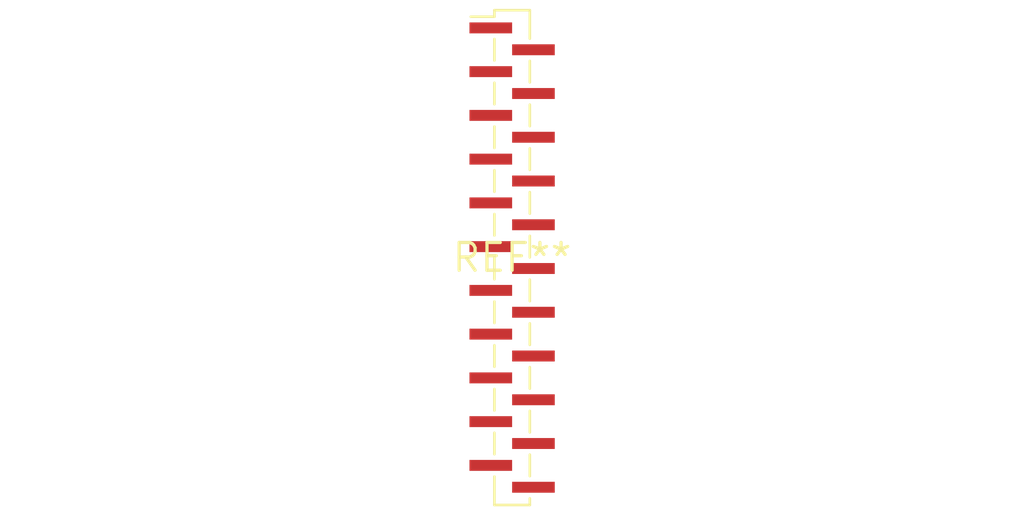
<source format=kicad_pcb>
(kicad_pcb (version 20240108) (generator pcbnew)
  (layers (0 "F.Cu" signal) (31 "B.Cu" signal) (34 "B.Paste" user) (35 "F.Paste" user) (36 "B.SilkS" user "B.Silkscreen") (37 "F.SilkS" user "F.Silkscreen") (38 "B.Mask" user) (39 "F.Mask" user) (44 "Edge.Cuts" user))
  (net 0 "")
  (footprint "PinSocket_1x22_P1.00mm_Vertical_SMD_Pin1Left" (layer "F.Cu") (at 0 0)
    (property "Reference" "REF**")
    (property "Value" "PinSocket_1x22_P1.00mm_Vertical_SMD_Pin1Left")
    (fp_line (start -1.89 -11.01) (end -0.81 -11.01) (layer "F.SilkS") (stroke (width 0.12)))
    (fp_line (start -0.81 -11.31) (end -0.81 -11.01) (layer "F.SilkS") (stroke (width 0.12)))
    (fp_line (start -0.81 -11.31) (end 0.81 -11.31) (layer "F.SilkS") (stroke (width 0.12)))
    (fp_line (start -0.81 -9.99) (end -0.81 -9.01) (layer "F.SilkS") (stroke (width 0.12)))
    (fp_line (start -0.81 -7.99) (end -0.81 -7.01) (layer "F.SilkS") (stroke (width 0.12)))
    (fp_line (start -0.81 -5.99) (end -0.81 -5.01) (layer "F.SilkS") (stroke (width 0.12)))
    (fp_line (start -0.81 -3.99) (end -0.81 -3.01) (layer "F.SilkS") (stroke (width 0.12)))
    (fp_line (start -0.81 -1.99) (end -0.81 -1.01) (layer "F.SilkS") (stroke (width 0.12)))
    (fp_line (start -0.81 0.01) (end -0.81 0.99) (layer "F.SilkS") (stroke (width 0.12)))
    (fp_line (start -0.81 2.01) (end -0.81 2.99) (layer "F.SilkS") (stroke (width 0.12)))
    (fp_line (start -0.81 4.01) (end -0.81 4.99) (layer "F.SilkS") (stroke (width 0.12)))
    (fp_line (start -0.81 6.01) (end -0.81 6.99) (layer "F.SilkS") (stroke (width 0.12)))
    (fp_line (start -0.81 8.01) (end -0.81 8.99) (layer "F.SilkS") (stroke (width 0.12)))
    (fp_line (start -0.81 10.01) (end -0.81 11.31) (layer "F.SilkS") (stroke (width 0.12)))
    (fp_line (start -0.81 11.31) (end 0.81 11.31) (layer "F.SilkS") (stroke (width 0.12)))
    (fp_line (start 0.81 -11.31) (end 0.81 -10.01) (layer "F.SilkS") (stroke (width 0.12)))
    (fp_line (start 0.81 -8.99) (end 0.81 -8.01) (layer "F.SilkS") (stroke (width 0.12)))
    (fp_line (start 0.81 -6.99) (end 0.81 -6.01) (layer "F.SilkS") (stroke (width 0.12)))
    (fp_line (start 0.81 -4.99) (end 0.81 -4.01) (layer "F.SilkS") (stroke (width 0.12)))
    (fp_line (start 0.81 -2.99) (end 0.81 -2.01) (layer "F.SilkS") (stroke (width 0.12)))
    (fp_line (start 0.81 -0.99) (end 0.81 -0.01) (layer "F.SilkS") (stroke (width 0.12)))
    (fp_line (start 0.81 1.01) (end 0.81 1.99) (layer "F.SilkS") (stroke (width 0.12)))
    (fp_line (start 0.81 3.01) (end 0.81 3.99) (layer "F.SilkS") (stroke (width 0.12)))
    (fp_line (start 0.81 5.01) (end 0.81 5.99) (layer "F.SilkS") (stroke (width 0.12)))
    (fp_line (start 0.81 7.01) (end 0.81 7.99) (layer "F.SilkS") (stroke (width 0.12)))
    (fp_line (start 0.81 9.01) (end 0.81 9.99) (layer "F.SilkS") (stroke (width 0.12)))
    (fp_line (start 0.81 11.01) (end 0.81 11.31) (layer "F.SilkS") (stroke (width 0.12)))
    (pad "1" smd rect (at -0.975 -10.5) (size 1.95 0.5) (layers "F.Cu" "F.Paste" "F.Mask"))
    (pad "2" smd rect (at 0.975 -9.5) (size 1.95 0.5) (layers "F.Cu" "F.Paste" "F.Mask"))
    (pad "3" smd rect (at -0.975 -8.5) (size 1.95 0.5) (layers "F.Cu" "F.Paste" "F.Mask"))
    (pad "4" smd rect (at 0.975 -7.5) (size 1.95 0.5) (layers "F.Cu" "F.Paste" "F.Mask"))
    (pad "5" smd rect (at -0.975 -6.5) (size 1.95 0.5) (layers "F.Cu" "F.Paste" "F.Mask"))
    (pad "6" smd rect (at 0.975 -5.5) (size 1.95 0.5) (layers "F.Cu" "F.Paste" "F.Mask"))
    (pad "7" smd rect (at -0.975 -4.5) (size 1.95 0.5) (layers "F.Cu" "F.Paste" "F.Mask"))
    (pad "8" smd rect (at 0.975 -3.5) (size 1.95 0.5) (layers "F.Cu" "F.Paste" "F.Mask"))
    (pad "9" smd rect (at -0.975 -2.5) (size 1.95 0.5) (layers "F.Cu" "F.Paste" "F.Mask"))
    (pad "10" smd rect (at 0.975 -1.5) (size 1.95 0.5) (layers "F.Cu" "F.Paste" "F.Mask"))
    (pad "11" smd rect (at -0.975 -0.5) (size 1.95 0.5) (layers "F.Cu" "F.Paste" "F.Mask"))
    (pad "12" smd rect (at 0.975 0.5) (size 1.95 0.5) (layers "F.Cu" "F.Paste" "F.Mask"))
    (pad "13" smd rect (at -0.975 1.5) (size 1.95 0.5) (layers "F.Cu" "F.Paste" "F.Mask"))
    (pad "14" smd rect (at 0.975 2.5) (size 1.95 0.5) (layers "F.Cu" "F.Paste" "F.Mask"))
    (pad "15" smd rect (at -0.975 3.5) (size 1.95 0.5) (layers "F.Cu" "F.Paste" "F.Mask"))
    (pad "16" smd rect (at 0.975 4.5) (size 1.95 0.5) (layers "F.Cu" "F.Paste" "F.Mask"))
    (pad "17" smd rect (at -0.975 5.5) (size 1.95 0.5) (layers "F.Cu" "F.Paste" "F.Mask"))
    (pad "18" smd rect (at 0.975 6.5) (size 1.95 0.5) (layers "F.Cu" "F.Paste" "F.Mask"))
    (pad "19" smd rect (at -0.975 7.5) (size 1.95 0.5) (layers "F.Cu" "F.Paste" "F.Mask"))
    (pad "20" smd rect (at 0.975 8.5) (size 1.95 0.5) (layers "F.Cu" "F.Paste" "F.Mask"))
    (pad "21" smd rect (at -0.975 9.5) (size 1.95 0.5) (layers "F.Cu" "F.Paste" "F.Mask"))
    (pad "22" smd rect (at 0.975 10.5) (size 1.95 0.5) (layers "F.Cu" "F.Paste" "F.Mask"))
  )
)
</source>
